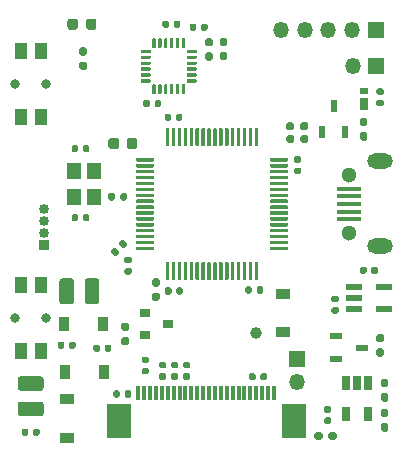
<source format=gbr>
%TF.GenerationSoftware,KiCad,Pcbnew,5.1.9-73d0e3b20d~88~ubuntu20.04.1*%
%TF.CreationDate,2021-02-04T03:58:01+01:00*%
%TF.ProjectId,MorphWatch-STM32,4d6f7270-6857-4617-9463-682d53544d33,rev?*%
%TF.SameCoordinates,Original*%
%TF.FileFunction,Soldermask,Top*%
%TF.FilePolarity,Negative*%
%FSLAX46Y46*%
G04 Gerber Fmt 4.6, Leading zero omitted, Abs format (unit mm)*
G04 Created by KiCad (PCBNEW 5.1.9-73d0e3b20d~88~ubuntu20.04.1) date 2021-02-04 03:58:01*
%MOMM*%
%LPD*%
G01*
G04 APERTURE LIST*
%ADD10O,1.350000X1.350000*%
%ADD11R,1.350000X1.350000*%
%ADD12O,0.850000X0.850000*%
%ADD13R,0.850000X0.850000*%
%ADD14R,2.000000X0.400000*%
%ADD15O,2.200000X1.300000*%
%ADD16C,1.300000*%
%ADD17R,0.800000X1.010000*%
%ADD18R,0.800000X0.610000*%
%ADD19R,1.200000X1.400000*%
%ADD20R,0.650000X1.220000*%
%ADD21C,1.000000*%
%ADD22C,0.800000*%
%ADD23R,1.000000X1.400000*%
%ADD24R,0.600000X1.100000*%
%ADD25R,0.900000X0.800000*%
%ADD26R,1.100000X0.600000*%
%ADD27R,0.300000X1.300000*%
%ADD28R,2.000000X3.000000*%
%ADD29R,1.400000X0.600000*%
%ADD30R,0.900000X1.200000*%
%ADD31R,1.200000X0.900000*%
G04 APERTURE END LIST*
%TO.C,C11*%
G36*
G01*
X124815000Y-79291000D02*
X124815000Y-78951000D01*
G75*
G02*
X124955000Y-78811000I140000J0D01*
G01*
X125235000Y-78811000D01*
G75*
G02*
X125375000Y-78951000I0J-140000D01*
G01*
X125375000Y-79291000D01*
G75*
G02*
X125235000Y-79431000I-140000J0D01*
G01*
X124955000Y-79431000D01*
G75*
G02*
X124815000Y-79291000I0J140000D01*
G01*
G37*
G36*
G01*
X123855000Y-79291000D02*
X123855000Y-78951000D01*
G75*
G02*
X123995000Y-78811000I140000J0D01*
G01*
X124275000Y-78811000D01*
G75*
G02*
X124415000Y-78951000I0J-140000D01*
G01*
X124415000Y-79291000D01*
G75*
G02*
X124275000Y-79431000I-140000J0D01*
G01*
X123995000Y-79431000D01*
G75*
G02*
X123855000Y-79291000I0J140000D01*
G01*
G37*
%TD*%
D10*
%TO.C,J4*%
X142938500Y-98901000D03*
D11*
X142938500Y-96901000D03*
%TD*%
%TO.C,C13*%
G36*
G01*
X145372000Y-101863500D02*
X145712000Y-101863500D01*
G75*
G02*
X145852000Y-102003500I0J-140000D01*
G01*
X145852000Y-102283500D01*
G75*
G02*
X145712000Y-102423500I-140000J0D01*
G01*
X145372000Y-102423500D01*
G75*
G02*
X145232000Y-102283500I0J140000D01*
G01*
X145232000Y-102003500D01*
G75*
G02*
X145372000Y-101863500I140000J0D01*
G01*
G37*
G36*
G01*
X145372000Y-100903500D02*
X145712000Y-100903500D01*
G75*
G02*
X145852000Y-101043500I0J-140000D01*
G01*
X145852000Y-101323500D01*
G75*
G02*
X145712000Y-101463500I-140000J0D01*
G01*
X145372000Y-101463500D01*
G75*
G02*
X145232000Y-101323500I0J140000D01*
G01*
X145232000Y-101043500D01*
G75*
G02*
X145372000Y-100903500I140000J0D01*
G01*
G37*
%TD*%
D12*
%TO.C,J3*%
X121539000Y-84249000D03*
X121539000Y-85249000D03*
X121539000Y-86249000D03*
D13*
X121539000Y-87249000D03*
%TD*%
D10*
%TO.C,J5*%
X141606000Y-69024500D03*
X143606000Y-69024500D03*
X145606000Y-69024500D03*
X147606000Y-69024500D03*
D11*
X149606000Y-69024500D03*
%TD*%
%TO.C,C22*%
G36*
G01*
X130483000Y-75141000D02*
X130483000Y-75481000D01*
G75*
G02*
X130343000Y-75621000I-140000J0D01*
G01*
X130063000Y-75621000D01*
G75*
G02*
X129923000Y-75481000I0J140000D01*
G01*
X129923000Y-75141000D01*
G75*
G02*
X130063000Y-75001000I140000J0D01*
G01*
X130343000Y-75001000D01*
G75*
G02*
X130483000Y-75141000I0J-140000D01*
G01*
G37*
G36*
G01*
X131443000Y-75141000D02*
X131443000Y-75481000D01*
G75*
G02*
X131303000Y-75621000I-140000J0D01*
G01*
X131023000Y-75621000D01*
G75*
G02*
X130883000Y-75481000I0J140000D01*
G01*
X130883000Y-75141000D01*
G75*
G02*
X131023000Y-75001000I140000J0D01*
G01*
X131303000Y-75001000D01*
G75*
G02*
X131443000Y-75141000I0J-140000D01*
G01*
G37*
%TD*%
%TO.C,C21*%
G36*
G01*
X132506000Y-68750000D02*
X132506000Y-68410000D01*
G75*
G02*
X132646000Y-68270000I140000J0D01*
G01*
X132926000Y-68270000D01*
G75*
G02*
X133066000Y-68410000I0J-140000D01*
G01*
X133066000Y-68750000D01*
G75*
G02*
X132926000Y-68890000I-140000J0D01*
G01*
X132646000Y-68890000D01*
G75*
G02*
X132506000Y-68750000I0J140000D01*
G01*
G37*
G36*
G01*
X131546000Y-68750000D02*
X131546000Y-68410000D01*
G75*
G02*
X131686000Y-68270000I140000J0D01*
G01*
X131966000Y-68270000D01*
G75*
G02*
X132106000Y-68410000I0J-140000D01*
G01*
X132106000Y-68750000D01*
G75*
G02*
X131966000Y-68890000I-140000J0D01*
G01*
X131686000Y-68890000D01*
G75*
G02*
X131546000Y-68750000I0J140000D01*
G01*
G37*
%TD*%
%TO.C,C8*%
G36*
G01*
X127943000Y-99715500D02*
X127943000Y-100055500D01*
G75*
G02*
X127803000Y-100195500I-140000J0D01*
G01*
X127523000Y-100195500D01*
G75*
G02*
X127383000Y-100055500I0J140000D01*
G01*
X127383000Y-99715500D01*
G75*
G02*
X127523000Y-99575500I140000J0D01*
G01*
X127803000Y-99575500D01*
G75*
G02*
X127943000Y-99715500I0J-140000D01*
G01*
G37*
G36*
G01*
X128903000Y-99715500D02*
X128903000Y-100055500D01*
G75*
G02*
X128763000Y-100195500I-140000J0D01*
G01*
X128483000Y-100195500D01*
G75*
G02*
X128343000Y-100055500I0J140000D01*
G01*
X128343000Y-99715500D01*
G75*
G02*
X128483000Y-99575500I140000J0D01*
G01*
X128763000Y-99575500D01*
G75*
G02*
X128903000Y-99715500I0J-140000D01*
G01*
G37*
%TD*%
%TO.C,R12*%
G36*
G01*
X127520000Y-83000000D02*
X127520000Y-83370000D01*
G75*
G02*
X127385000Y-83505000I-135000J0D01*
G01*
X127115000Y-83505000D01*
G75*
G02*
X126980000Y-83370000I0J135000D01*
G01*
X126980000Y-83000000D01*
G75*
G02*
X127115000Y-82865000I135000J0D01*
G01*
X127385000Y-82865000D01*
G75*
G02*
X127520000Y-83000000I0J-135000D01*
G01*
G37*
G36*
G01*
X128540000Y-83000000D02*
X128540000Y-83370000D01*
G75*
G02*
X128405000Y-83505000I-135000J0D01*
G01*
X128135000Y-83505000D01*
G75*
G02*
X128000000Y-83370000I0J135000D01*
G01*
X128000000Y-83000000D01*
G75*
G02*
X128135000Y-82865000I135000J0D01*
G01*
X128405000Y-82865000D01*
G75*
G02*
X128540000Y-83000000I0J-135000D01*
G01*
G37*
%TD*%
%TO.C,C23*%
G36*
G01*
X133434000Y-98117000D02*
X133774000Y-98117000D01*
G75*
G02*
X133914000Y-98257000I0J-140000D01*
G01*
X133914000Y-98537000D01*
G75*
G02*
X133774000Y-98677000I-140000J0D01*
G01*
X133434000Y-98677000D01*
G75*
G02*
X133294000Y-98537000I0J140000D01*
G01*
X133294000Y-98257000D01*
G75*
G02*
X133434000Y-98117000I140000J0D01*
G01*
G37*
G36*
G01*
X133434000Y-97157000D02*
X133774000Y-97157000D01*
G75*
G02*
X133914000Y-97297000I0J-140000D01*
G01*
X133914000Y-97577000D01*
G75*
G02*
X133774000Y-97717000I-140000J0D01*
G01*
X133434000Y-97717000D01*
G75*
G02*
X133294000Y-97577000I0J140000D01*
G01*
X133294000Y-97297000D01*
G75*
G02*
X133434000Y-97157000I140000J0D01*
G01*
G37*
%TD*%
%TO.C,C19*%
G36*
G01*
X134820000Y-69004000D02*
X134820000Y-68664000D01*
G75*
G02*
X134960000Y-68524000I140000J0D01*
G01*
X135240000Y-68524000D01*
G75*
G02*
X135380000Y-68664000I0J-140000D01*
G01*
X135380000Y-69004000D01*
G75*
G02*
X135240000Y-69144000I-140000J0D01*
G01*
X134960000Y-69144000D01*
G75*
G02*
X134820000Y-69004000I0J140000D01*
G01*
G37*
G36*
G01*
X133860000Y-69004000D02*
X133860000Y-68664000D01*
G75*
G02*
X134000000Y-68524000I140000J0D01*
G01*
X134280000Y-68524000D01*
G75*
G02*
X134420000Y-68664000I0J-140000D01*
G01*
X134420000Y-69004000D01*
G75*
G02*
X134280000Y-69144000I-140000J0D01*
G01*
X134000000Y-69144000D01*
G75*
G02*
X133860000Y-69004000I0J140000D01*
G01*
G37*
%TD*%
%TO.C,C18*%
G36*
G01*
X128481000Y-89227000D02*
X128821000Y-89227000D01*
G75*
G02*
X128961000Y-89367000I0J-140000D01*
G01*
X128961000Y-89647000D01*
G75*
G02*
X128821000Y-89787000I-140000J0D01*
G01*
X128481000Y-89787000D01*
G75*
G02*
X128341000Y-89647000I0J140000D01*
G01*
X128341000Y-89367000D01*
G75*
G02*
X128481000Y-89227000I140000J0D01*
G01*
G37*
G36*
G01*
X128481000Y-88267000D02*
X128821000Y-88267000D01*
G75*
G02*
X128961000Y-88407000I0J-140000D01*
G01*
X128961000Y-88687000D01*
G75*
G02*
X128821000Y-88827000I-140000J0D01*
G01*
X128481000Y-88827000D01*
G75*
G02*
X128341000Y-88687000I0J140000D01*
G01*
X128341000Y-88407000D01*
G75*
G02*
X128481000Y-88267000I140000J0D01*
G01*
G37*
%TD*%
%TO.C,C17*%
G36*
G01*
X127627371Y-87524213D02*
X127867787Y-87764629D01*
G75*
G02*
X127867787Y-87962619I-98995J-98995D01*
G01*
X127669797Y-88160609D01*
G75*
G02*
X127471807Y-88160609I-98995J98995D01*
G01*
X127231391Y-87920193D01*
G75*
G02*
X127231391Y-87722203I98995J98995D01*
G01*
X127429381Y-87524213D01*
G75*
G02*
X127627371Y-87524213I98995J-98995D01*
G01*
G37*
G36*
G01*
X128306193Y-86845391D02*
X128546609Y-87085807D01*
G75*
G02*
X128546609Y-87283797I-98995J-98995D01*
G01*
X128348619Y-87481787D01*
G75*
G02*
X128150629Y-87481787I-98995J98995D01*
G01*
X127910213Y-87241371D01*
G75*
G02*
X127910213Y-87043381I98995J98995D01*
G01*
X128108203Y-86845391D01*
G75*
G02*
X128306193Y-86845391I98995J-98995D01*
G01*
G37*
%TD*%
%TO.C,C16*%
G36*
G01*
X132324500Y-90990600D02*
X132324500Y-91330600D01*
G75*
G02*
X132184500Y-91470600I-140000J0D01*
G01*
X131904500Y-91470600D01*
G75*
G02*
X131764500Y-91330600I0J140000D01*
G01*
X131764500Y-90990600D01*
G75*
G02*
X131904500Y-90850600I140000J0D01*
G01*
X132184500Y-90850600D01*
G75*
G02*
X132324500Y-90990600I0J-140000D01*
G01*
G37*
G36*
G01*
X133284500Y-90990600D02*
X133284500Y-91330600D01*
G75*
G02*
X133144500Y-91470600I-140000J0D01*
G01*
X132864500Y-91470600D01*
G75*
G02*
X132724500Y-91330600I0J140000D01*
G01*
X132724500Y-90990600D01*
G75*
G02*
X132864500Y-90850600I140000J0D01*
G01*
X133144500Y-90850600D01*
G75*
G02*
X133284500Y-90990600I0J-140000D01*
G01*
G37*
%TD*%
%TO.C,C15*%
G36*
G01*
X142832000Y-80718000D02*
X143172000Y-80718000D01*
G75*
G02*
X143312000Y-80858000I0J-140000D01*
G01*
X143312000Y-81138000D01*
G75*
G02*
X143172000Y-81278000I-140000J0D01*
G01*
X142832000Y-81278000D01*
G75*
G02*
X142692000Y-81138000I0J140000D01*
G01*
X142692000Y-80858000D01*
G75*
G02*
X142832000Y-80718000I140000J0D01*
G01*
G37*
G36*
G01*
X142832000Y-79758000D02*
X143172000Y-79758000D01*
G75*
G02*
X143312000Y-79898000I0J-140000D01*
G01*
X143312000Y-80178000D01*
G75*
G02*
X143172000Y-80318000I-140000J0D01*
G01*
X142832000Y-80318000D01*
G75*
G02*
X142692000Y-80178000I0J140000D01*
G01*
X142692000Y-79898000D01*
G75*
G02*
X142832000Y-79758000I140000J0D01*
G01*
G37*
%TD*%
%TO.C,C14*%
G36*
G01*
X132689000Y-76624000D02*
X132689000Y-76284000D01*
G75*
G02*
X132829000Y-76144000I140000J0D01*
G01*
X133109000Y-76144000D01*
G75*
G02*
X133249000Y-76284000I0J-140000D01*
G01*
X133249000Y-76624000D01*
G75*
G02*
X133109000Y-76764000I-140000J0D01*
G01*
X132829000Y-76764000D01*
G75*
G02*
X132689000Y-76624000I0J140000D01*
G01*
G37*
G36*
G01*
X131729000Y-76624000D02*
X131729000Y-76284000D01*
G75*
G02*
X131869000Y-76144000I140000J0D01*
G01*
X132149000Y-76144000D01*
G75*
G02*
X132289000Y-76284000I0J-140000D01*
G01*
X132289000Y-76624000D01*
G75*
G02*
X132149000Y-76764000I-140000J0D01*
G01*
X131869000Y-76764000D01*
G75*
G02*
X131729000Y-76624000I0J140000D01*
G01*
G37*
%TD*%
%TO.C,C12*%
G36*
G01*
X124415000Y-84793000D02*
X124415000Y-85133000D01*
G75*
G02*
X124275000Y-85273000I-140000J0D01*
G01*
X123995000Y-85273000D01*
G75*
G02*
X123855000Y-85133000I0J140000D01*
G01*
X123855000Y-84793000D01*
G75*
G02*
X123995000Y-84653000I140000J0D01*
G01*
X124275000Y-84653000D01*
G75*
G02*
X124415000Y-84793000I0J-140000D01*
G01*
G37*
G36*
G01*
X125375000Y-84793000D02*
X125375000Y-85133000D01*
G75*
G02*
X125235000Y-85273000I-140000J0D01*
G01*
X124955000Y-85273000D01*
G75*
G02*
X124815000Y-85133000I0J140000D01*
G01*
X124815000Y-84793000D01*
G75*
G02*
X124955000Y-84653000I140000J0D01*
G01*
X125235000Y-84653000D01*
G75*
G02*
X125375000Y-84793000I0J-140000D01*
G01*
G37*
%TD*%
%TO.C,C10*%
G36*
G01*
X148834500Y-89238000D02*
X148834500Y-89578000D01*
G75*
G02*
X148694500Y-89718000I-140000J0D01*
G01*
X148414500Y-89718000D01*
G75*
G02*
X148274500Y-89578000I0J140000D01*
G01*
X148274500Y-89238000D01*
G75*
G02*
X148414500Y-89098000I140000J0D01*
G01*
X148694500Y-89098000D01*
G75*
G02*
X148834500Y-89238000I0J-140000D01*
G01*
G37*
G36*
G01*
X149794500Y-89238000D02*
X149794500Y-89578000D01*
G75*
G02*
X149654500Y-89718000I-140000J0D01*
G01*
X149374500Y-89718000D01*
G75*
G02*
X149234500Y-89578000I0J140000D01*
G01*
X149234500Y-89238000D01*
G75*
G02*
X149374500Y-89098000I140000J0D01*
G01*
X149654500Y-89098000D01*
G75*
G02*
X149794500Y-89238000I0J-140000D01*
G01*
G37*
%TD*%
%TO.C,C9*%
G36*
G01*
X139836500Y-98595000D02*
X139836500Y-98255000D01*
G75*
G02*
X139976500Y-98115000I140000J0D01*
G01*
X140256500Y-98115000D01*
G75*
G02*
X140396500Y-98255000I0J-140000D01*
G01*
X140396500Y-98595000D01*
G75*
G02*
X140256500Y-98735000I-140000J0D01*
G01*
X139976500Y-98735000D01*
G75*
G02*
X139836500Y-98595000I0J140000D01*
G01*
G37*
G36*
G01*
X138876500Y-98595000D02*
X138876500Y-98255000D01*
G75*
G02*
X139016500Y-98115000I140000J0D01*
G01*
X139296500Y-98115000D01*
G75*
G02*
X139436500Y-98255000I0J-140000D01*
G01*
X139436500Y-98595000D01*
G75*
G02*
X139296500Y-98735000I-140000J0D01*
G01*
X139016500Y-98735000D01*
G75*
G02*
X138876500Y-98595000I0J140000D01*
G01*
G37*
%TD*%
%TO.C,C7*%
G36*
G01*
X130281500Y-97272500D02*
X129941500Y-97272500D01*
G75*
G02*
X129801500Y-97132500I0J140000D01*
G01*
X129801500Y-96852500D01*
G75*
G02*
X129941500Y-96712500I140000J0D01*
G01*
X130281500Y-96712500D01*
G75*
G02*
X130421500Y-96852500I0J-140000D01*
G01*
X130421500Y-97132500D01*
G75*
G02*
X130281500Y-97272500I-140000J0D01*
G01*
G37*
G36*
G01*
X130281500Y-98232500D02*
X129941500Y-98232500D01*
G75*
G02*
X129801500Y-98092500I0J140000D01*
G01*
X129801500Y-97812500D01*
G75*
G02*
X129941500Y-97672500I140000J0D01*
G01*
X130281500Y-97672500D01*
G75*
G02*
X130421500Y-97812500I0J-140000D01*
G01*
X130421500Y-98092500D01*
G75*
G02*
X130281500Y-98232500I-140000J0D01*
G01*
G37*
%TD*%
%TO.C,C6*%
G36*
G01*
X131742000Y-97717000D02*
X131402000Y-97717000D01*
G75*
G02*
X131262000Y-97577000I0J140000D01*
G01*
X131262000Y-97297000D01*
G75*
G02*
X131402000Y-97157000I140000J0D01*
G01*
X131742000Y-97157000D01*
G75*
G02*
X131882000Y-97297000I0J-140000D01*
G01*
X131882000Y-97577000D01*
G75*
G02*
X131742000Y-97717000I-140000J0D01*
G01*
G37*
G36*
G01*
X131742000Y-98677000D02*
X131402000Y-98677000D01*
G75*
G02*
X131262000Y-98537000I0J140000D01*
G01*
X131262000Y-98257000D01*
G75*
G02*
X131402000Y-98117000I140000J0D01*
G01*
X131742000Y-98117000D01*
G75*
G02*
X131882000Y-98257000I0J-140000D01*
G01*
X131882000Y-98537000D01*
G75*
G02*
X131742000Y-98677000I-140000J0D01*
G01*
G37*
%TD*%
%TO.C,C5*%
G36*
G01*
X132758000Y-97717000D02*
X132418000Y-97717000D01*
G75*
G02*
X132278000Y-97577000I0J140000D01*
G01*
X132278000Y-97297000D01*
G75*
G02*
X132418000Y-97157000I140000J0D01*
G01*
X132758000Y-97157000D01*
G75*
G02*
X132898000Y-97297000I0J-140000D01*
G01*
X132898000Y-97577000D01*
G75*
G02*
X132758000Y-97717000I-140000J0D01*
G01*
G37*
G36*
G01*
X132758000Y-98677000D02*
X132418000Y-98677000D01*
G75*
G02*
X132278000Y-98537000I0J140000D01*
G01*
X132278000Y-98257000D01*
G75*
G02*
X132418000Y-98117000I140000J0D01*
G01*
X132758000Y-98117000D01*
G75*
G02*
X132898000Y-98257000I0J-140000D01*
G01*
X132898000Y-98537000D01*
G75*
G02*
X132758000Y-98677000I-140000J0D01*
G01*
G37*
%TD*%
%TO.C,C4*%
G36*
G01*
X146347000Y-92129000D02*
X146007000Y-92129000D01*
G75*
G02*
X145867000Y-91989000I0J140000D01*
G01*
X145867000Y-91709000D01*
G75*
G02*
X146007000Y-91569000I140000J0D01*
G01*
X146347000Y-91569000D01*
G75*
G02*
X146487000Y-91709000I0J-140000D01*
G01*
X146487000Y-91989000D01*
G75*
G02*
X146347000Y-92129000I-140000J0D01*
G01*
G37*
G36*
G01*
X146347000Y-93089000D02*
X146007000Y-93089000D01*
G75*
G02*
X145867000Y-92949000I0J140000D01*
G01*
X145867000Y-92669000D01*
G75*
G02*
X146007000Y-92529000I140000J0D01*
G01*
X146347000Y-92529000D01*
G75*
G02*
X146487000Y-92669000I0J-140000D01*
G01*
X146487000Y-92949000D01*
G75*
G02*
X146347000Y-93089000I-140000J0D01*
G01*
G37*
%TD*%
%TO.C,C3*%
G36*
G01*
X126664000Y-96182000D02*
X126664000Y-95842000D01*
G75*
G02*
X126804000Y-95702000I140000J0D01*
G01*
X127084000Y-95702000D01*
G75*
G02*
X127224000Y-95842000I0J-140000D01*
G01*
X127224000Y-96182000D01*
G75*
G02*
X127084000Y-96322000I-140000J0D01*
G01*
X126804000Y-96322000D01*
G75*
G02*
X126664000Y-96182000I0J140000D01*
G01*
G37*
G36*
G01*
X125704000Y-96182000D02*
X125704000Y-95842000D01*
G75*
G02*
X125844000Y-95702000I140000J0D01*
G01*
X126124000Y-95702000D01*
G75*
G02*
X126264000Y-95842000I0J-140000D01*
G01*
X126264000Y-96182000D01*
G75*
G02*
X126124000Y-96322000I-140000J0D01*
G01*
X125844000Y-96322000D01*
G75*
G02*
X125704000Y-96182000I0J140000D01*
G01*
G37*
%TD*%
%TO.C,C2*%
G36*
G01*
X123244000Y-95588000D02*
X123244000Y-95928000D01*
G75*
G02*
X123104000Y-96068000I-140000J0D01*
G01*
X122824000Y-96068000D01*
G75*
G02*
X122684000Y-95928000I0J140000D01*
G01*
X122684000Y-95588000D01*
G75*
G02*
X122824000Y-95448000I140000J0D01*
G01*
X123104000Y-95448000D01*
G75*
G02*
X123244000Y-95588000I0J-140000D01*
G01*
G37*
G36*
G01*
X124204000Y-95588000D02*
X124204000Y-95928000D01*
G75*
G02*
X124064000Y-96068000I-140000J0D01*
G01*
X123784000Y-96068000D01*
G75*
G02*
X123644000Y-95928000I0J140000D01*
G01*
X123644000Y-95588000D01*
G75*
G02*
X123784000Y-95448000I140000J0D01*
G01*
X124064000Y-95448000D01*
G75*
G02*
X124204000Y-95588000I0J-140000D01*
G01*
G37*
%TD*%
%TO.C,C1*%
G36*
G01*
X120596000Y-103294000D02*
X120596000Y-102954000D01*
G75*
G02*
X120736000Y-102814000I140000J0D01*
G01*
X121016000Y-102814000D01*
G75*
G02*
X121156000Y-102954000I0J-140000D01*
G01*
X121156000Y-103294000D01*
G75*
G02*
X121016000Y-103434000I-140000J0D01*
G01*
X120736000Y-103434000D01*
G75*
G02*
X120596000Y-103294000I0J140000D01*
G01*
G37*
G36*
G01*
X119636000Y-103294000D02*
X119636000Y-102954000D01*
G75*
G02*
X119776000Y-102814000I140000J0D01*
G01*
X120056000Y-102814000D01*
G75*
G02*
X120196000Y-102954000I0J-140000D01*
G01*
X120196000Y-103294000D01*
G75*
G02*
X120056000Y-103434000I-140000J0D01*
G01*
X119776000Y-103434000D01*
G75*
G02*
X119636000Y-103294000I0J140000D01*
G01*
G37*
%TD*%
D14*
%TO.C,J1*%
X147320000Y-82490000D03*
X147320000Y-83140000D03*
X147320000Y-83790000D03*
X147320000Y-84440000D03*
X147320000Y-85090000D03*
D15*
X149982000Y-80190000D03*
X149982000Y-87390000D03*
D16*
X147312000Y-86215000D03*
X147312000Y-81365000D03*
%TD*%
D17*
%TO.C,D6*%
X148590000Y-75348000D03*
D18*
X148590000Y-74258000D03*
%TD*%
D19*
%TO.C,Y1*%
X125730000Y-80985000D03*
X125730000Y-83185000D03*
X124030000Y-83185000D03*
X124030000Y-80985000D03*
%TD*%
%TO.C,U4*%
G36*
G01*
X133255000Y-73661000D02*
X133405000Y-73661000D01*
G75*
G02*
X133480000Y-73736000I0J-75000D01*
G01*
X133480000Y-74436000D01*
G75*
G02*
X133405000Y-74511000I-75000J0D01*
G01*
X133255000Y-74511000D01*
G75*
G02*
X133180000Y-74436000I0J75000D01*
G01*
X133180000Y-73736000D01*
G75*
G02*
X133255000Y-73661000I75000J0D01*
G01*
G37*
G36*
G01*
X132755000Y-73661000D02*
X132905000Y-73661000D01*
G75*
G02*
X132980000Y-73736000I0J-75000D01*
G01*
X132980000Y-74436000D01*
G75*
G02*
X132905000Y-74511000I-75000J0D01*
G01*
X132755000Y-74511000D01*
G75*
G02*
X132680000Y-74436000I0J75000D01*
G01*
X132680000Y-73736000D01*
G75*
G02*
X132755000Y-73661000I75000J0D01*
G01*
G37*
G36*
G01*
X132255000Y-73661000D02*
X132405000Y-73661000D01*
G75*
G02*
X132480000Y-73736000I0J-75000D01*
G01*
X132480000Y-74436000D01*
G75*
G02*
X132405000Y-74511000I-75000J0D01*
G01*
X132255000Y-74511000D01*
G75*
G02*
X132180000Y-74436000I0J75000D01*
G01*
X132180000Y-73736000D01*
G75*
G02*
X132255000Y-73661000I75000J0D01*
G01*
G37*
G36*
G01*
X131755000Y-73661000D02*
X131905000Y-73661000D01*
G75*
G02*
X131980000Y-73736000I0J-75000D01*
G01*
X131980000Y-74436000D01*
G75*
G02*
X131905000Y-74511000I-75000J0D01*
G01*
X131755000Y-74511000D01*
G75*
G02*
X131680000Y-74436000I0J75000D01*
G01*
X131680000Y-73736000D01*
G75*
G02*
X131755000Y-73661000I75000J0D01*
G01*
G37*
G36*
G01*
X131255000Y-73661000D02*
X131405000Y-73661000D01*
G75*
G02*
X131480000Y-73736000I0J-75000D01*
G01*
X131480000Y-74436000D01*
G75*
G02*
X131405000Y-74511000I-75000J0D01*
G01*
X131255000Y-74511000D01*
G75*
G02*
X131180000Y-74436000I0J75000D01*
G01*
X131180000Y-73736000D01*
G75*
G02*
X131255000Y-73661000I75000J0D01*
G01*
G37*
G36*
G01*
X130755000Y-73661000D02*
X130905000Y-73661000D01*
G75*
G02*
X130980000Y-73736000I0J-75000D01*
G01*
X130980000Y-74436000D01*
G75*
G02*
X130905000Y-74511000I-75000J0D01*
G01*
X130755000Y-74511000D01*
G75*
G02*
X130680000Y-74436000I0J75000D01*
G01*
X130680000Y-73736000D01*
G75*
G02*
X130755000Y-73661000I75000J0D01*
G01*
G37*
G36*
G01*
X130555000Y-73311000D02*
X130555000Y-73461000D01*
G75*
G02*
X130480000Y-73536000I-75000J0D01*
G01*
X129780000Y-73536000D01*
G75*
G02*
X129705000Y-73461000I0J75000D01*
G01*
X129705000Y-73311000D01*
G75*
G02*
X129780000Y-73236000I75000J0D01*
G01*
X130480000Y-73236000D01*
G75*
G02*
X130555000Y-73311000I0J-75000D01*
G01*
G37*
G36*
G01*
X130555000Y-72811000D02*
X130555000Y-72961000D01*
G75*
G02*
X130480000Y-73036000I-75000J0D01*
G01*
X129780000Y-73036000D01*
G75*
G02*
X129705000Y-72961000I0J75000D01*
G01*
X129705000Y-72811000D01*
G75*
G02*
X129780000Y-72736000I75000J0D01*
G01*
X130480000Y-72736000D01*
G75*
G02*
X130555000Y-72811000I0J-75000D01*
G01*
G37*
G36*
G01*
X130555000Y-72311000D02*
X130555000Y-72461000D01*
G75*
G02*
X130480000Y-72536000I-75000J0D01*
G01*
X129780000Y-72536000D01*
G75*
G02*
X129705000Y-72461000I0J75000D01*
G01*
X129705000Y-72311000D01*
G75*
G02*
X129780000Y-72236000I75000J0D01*
G01*
X130480000Y-72236000D01*
G75*
G02*
X130555000Y-72311000I0J-75000D01*
G01*
G37*
G36*
G01*
X130555000Y-71811000D02*
X130555000Y-71961000D01*
G75*
G02*
X130480000Y-72036000I-75000J0D01*
G01*
X129780000Y-72036000D01*
G75*
G02*
X129705000Y-71961000I0J75000D01*
G01*
X129705000Y-71811000D01*
G75*
G02*
X129780000Y-71736000I75000J0D01*
G01*
X130480000Y-71736000D01*
G75*
G02*
X130555000Y-71811000I0J-75000D01*
G01*
G37*
G36*
G01*
X130555000Y-71311000D02*
X130555000Y-71461000D01*
G75*
G02*
X130480000Y-71536000I-75000J0D01*
G01*
X129780000Y-71536000D01*
G75*
G02*
X129705000Y-71461000I0J75000D01*
G01*
X129705000Y-71311000D01*
G75*
G02*
X129780000Y-71236000I75000J0D01*
G01*
X130480000Y-71236000D01*
G75*
G02*
X130555000Y-71311000I0J-75000D01*
G01*
G37*
G36*
G01*
X130555000Y-70811000D02*
X130555000Y-70961000D01*
G75*
G02*
X130480000Y-71036000I-75000J0D01*
G01*
X129780000Y-71036000D01*
G75*
G02*
X129705000Y-70961000I0J75000D01*
G01*
X129705000Y-70811000D01*
G75*
G02*
X129780000Y-70736000I75000J0D01*
G01*
X130480000Y-70736000D01*
G75*
G02*
X130555000Y-70811000I0J-75000D01*
G01*
G37*
G36*
G01*
X130755000Y-69761000D02*
X130905000Y-69761000D01*
G75*
G02*
X130980000Y-69836000I0J-75000D01*
G01*
X130980000Y-70536000D01*
G75*
G02*
X130905000Y-70611000I-75000J0D01*
G01*
X130755000Y-70611000D01*
G75*
G02*
X130680000Y-70536000I0J75000D01*
G01*
X130680000Y-69836000D01*
G75*
G02*
X130755000Y-69761000I75000J0D01*
G01*
G37*
G36*
G01*
X131255000Y-69761000D02*
X131405000Y-69761000D01*
G75*
G02*
X131480000Y-69836000I0J-75000D01*
G01*
X131480000Y-70536000D01*
G75*
G02*
X131405000Y-70611000I-75000J0D01*
G01*
X131255000Y-70611000D01*
G75*
G02*
X131180000Y-70536000I0J75000D01*
G01*
X131180000Y-69836000D01*
G75*
G02*
X131255000Y-69761000I75000J0D01*
G01*
G37*
G36*
G01*
X131755000Y-69761000D02*
X131905000Y-69761000D01*
G75*
G02*
X131980000Y-69836000I0J-75000D01*
G01*
X131980000Y-70536000D01*
G75*
G02*
X131905000Y-70611000I-75000J0D01*
G01*
X131755000Y-70611000D01*
G75*
G02*
X131680000Y-70536000I0J75000D01*
G01*
X131680000Y-69836000D01*
G75*
G02*
X131755000Y-69761000I75000J0D01*
G01*
G37*
G36*
G01*
X132255000Y-69761000D02*
X132405000Y-69761000D01*
G75*
G02*
X132480000Y-69836000I0J-75000D01*
G01*
X132480000Y-70536000D01*
G75*
G02*
X132405000Y-70611000I-75000J0D01*
G01*
X132255000Y-70611000D01*
G75*
G02*
X132180000Y-70536000I0J75000D01*
G01*
X132180000Y-69836000D01*
G75*
G02*
X132255000Y-69761000I75000J0D01*
G01*
G37*
G36*
G01*
X132755000Y-69761000D02*
X132905000Y-69761000D01*
G75*
G02*
X132980000Y-69836000I0J-75000D01*
G01*
X132980000Y-70536000D01*
G75*
G02*
X132905000Y-70611000I-75000J0D01*
G01*
X132755000Y-70611000D01*
G75*
G02*
X132680000Y-70536000I0J75000D01*
G01*
X132680000Y-69836000D01*
G75*
G02*
X132755000Y-69761000I75000J0D01*
G01*
G37*
G36*
G01*
X133255000Y-69761000D02*
X133405000Y-69761000D01*
G75*
G02*
X133480000Y-69836000I0J-75000D01*
G01*
X133480000Y-70536000D01*
G75*
G02*
X133405000Y-70611000I-75000J0D01*
G01*
X133255000Y-70611000D01*
G75*
G02*
X133180000Y-70536000I0J75000D01*
G01*
X133180000Y-69836000D01*
G75*
G02*
X133255000Y-69761000I75000J0D01*
G01*
G37*
G36*
G01*
X134455000Y-70811000D02*
X134455000Y-70961000D01*
G75*
G02*
X134380000Y-71036000I-75000J0D01*
G01*
X133680000Y-71036000D01*
G75*
G02*
X133605000Y-70961000I0J75000D01*
G01*
X133605000Y-70811000D01*
G75*
G02*
X133680000Y-70736000I75000J0D01*
G01*
X134380000Y-70736000D01*
G75*
G02*
X134455000Y-70811000I0J-75000D01*
G01*
G37*
G36*
G01*
X134455000Y-71311000D02*
X134455000Y-71461000D01*
G75*
G02*
X134380000Y-71536000I-75000J0D01*
G01*
X133680000Y-71536000D01*
G75*
G02*
X133605000Y-71461000I0J75000D01*
G01*
X133605000Y-71311000D01*
G75*
G02*
X133680000Y-71236000I75000J0D01*
G01*
X134380000Y-71236000D01*
G75*
G02*
X134455000Y-71311000I0J-75000D01*
G01*
G37*
G36*
G01*
X134455000Y-71811000D02*
X134455000Y-71961000D01*
G75*
G02*
X134380000Y-72036000I-75000J0D01*
G01*
X133680000Y-72036000D01*
G75*
G02*
X133605000Y-71961000I0J75000D01*
G01*
X133605000Y-71811000D01*
G75*
G02*
X133680000Y-71736000I75000J0D01*
G01*
X134380000Y-71736000D01*
G75*
G02*
X134455000Y-71811000I0J-75000D01*
G01*
G37*
G36*
G01*
X134455000Y-72311000D02*
X134455000Y-72461000D01*
G75*
G02*
X134380000Y-72536000I-75000J0D01*
G01*
X133680000Y-72536000D01*
G75*
G02*
X133605000Y-72461000I0J75000D01*
G01*
X133605000Y-72311000D01*
G75*
G02*
X133680000Y-72236000I75000J0D01*
G01*
X134380000Y-72236000D01*
G75*
G02*
X134455000Y-72311000I0J-75000D01*
G01*
G37*
G36*
G01*
X134455000Y-72811000D02*
X134455000Y-72961000D01*
G75*
G02*
X134380000Y-73036000I-75000J0D01*
G01*
X133680000Y-73036000D01*
G75*
G02*
X133605000Y-72961000I0J75000D01*
G01*
X133605000Y-72811000D01*
G75*
G02*
X133680000Y-72736000I75000J0D01*
G01*
X134380000Y-72736000D01*
G75*
G02*
X134455000Y-72811000I0J-75000D01*
G01*
G37*
G36*
G01*
X134455000Y-73311000D02*
X134455000Y-73461000D01*
G75*
G02*
X134380000Y-73536000I-75000J0D01*
G01*
X133680000Y-73536000D01*
G75*
G02*
X133605000Y-73461000I0J75000D01*
G01*
X133605000Y-73311000D01*
G75*
G02*
X133680000Y-73236000I75000J0D01*
G01*
X134380000Y-73236000D01*
G75*
G02*
X134455000Y-73311000I0J-75000D01*
G01*
G37*
%TD*%
%TO.C,U2*%
G36*
G01*
X131849600Y-78834200D02*
X131849600Y-77434200D01*
G75*
G02*
X131924600Y-77359200I75000J0D01*
G01*
X132074600Y-77359200D01*
G75*
G02*
X132149600Y-77434200I0J-75000D01*
G01*
X132149600Y-78834200D01*
G75*
G02*
X132074600Y-78909200I-75000J0D01*
G01*
X131924600Y-78909200D01*
G75*
G02*
X131849600Y-78834200I0J75000D01*
G01*
G37*
G36*
G01*
X132349600Y-78834200D02*
X132349600Y-77434200D01*
G75*
G02*
X132424600Y-77359200I75000J0D01*
G01*
X132574600Y-77359200D01*
G75*
G02*
X132649600Y-77434200I0J-75000D01*
G01*
X132649600Y-78834200D01*
G75*
G02*
X132574600Y-78909200I-75000J0D01*
G01*
X132424600Y-78909200D01*
G75*
G02*
X132349600Y-78834200I0J75000D01*
G01*
G37*
G36*
G01*
X132849600Y-78834200D02*
X132849600Y-77434200D01*
G75*
G02*
X132924600Y-77359200I75000J0D01*
G01*
X133074600Y-77359200D01*
G75*
G02*
X133149600Y-77434200I0J-75000D01*
G01*
X133149600Y-78834200D01*
G75*
G02*
X133074600Y-78909200I-75000J0D01*
G01*
X132924600Y-78909200D01*
G75*
G02*
X132849600Y-78834200I0J75000D01*
G01*
G37*
G36*
G01*
X133349600Y-78834200D02*
X133349600Y-77434200D01*
G75*
G02*
X133424600Y-77359200I75000J0D01*
G01*
X133574600Y-77359200D01*
G75*
G02*
X133649600Y-77434200I0J-75000D01*
G01*
X133649600Y-78834200D01*
G75*
G02*
X133574600Y-78909200I-75000J0D01*
G01*
X133424600Y-78909200D01*
G75*
G02*
X133349600Y-78834200I0J75000D01*
G01*
G37*
G36*
G01*
X133849600Y-78834200D02*
X133849600Y-77434200D01*
G75*
G02*
X133924600Y-77359200I75000J0D01*
G01*
X134074600Y-77359200D01*
G75*
G02*
X134149600Y-77434200I0J-75000D01*
G01*
X134149600Y-78834200D01*
G75*
G02*
X134074600Y-78909200I-75000J0D01*
G01*
X133924600Y-78909200D01*
G75*
G02*
X133849600Y-78834200I0J75000D01*
G01*
G37*
G36*
G01*
X134349600Y-78834200D02*
X134349600Y-77434200D01*
G75*
G02*
X134424600Y-77359200I75000J0D01*
G01*
X134574600Y-77359200D01*
G75*
G02*
X134649600Y-77434200I0J-75000D01*
G01*
X134649600Y-78834200D01*
G75*
G02*
X134574600Y-78909200I-75000J0D01*
G01*
X134424600Y-78909200D01*
G75*
G02*
X134349600Y-78834200I0J75000D01*
G01*
G37*
G36*
G01*
X134849600Y-78834200D02*
X134849600Y-77434200D01*
G75*
G02*
X134924600Y-77359200I75000J0D01*
G01*
X135074600Y-77359200D01*
G75*
G02*
X135149600Y-77434200I0J-75000D01*
G01*
X135149600Y-78834200D01*
G75*
G02*
X135074600Y-78909200I-75000J0D01*
G01*
X134924600Y-78909200D01*
G75*
G02*
X134849600Y-78834200I0J75000D01*
G01*
G37*
G36*
G01*
X135349600Y-78834200D02*
X135349600Y-77434200D01*
G75*
G02*
X135424600Y-77359200I75000J0D01*
G01*
X135574600Y-77359200D01*
G75*
G02*
X135649600Y-77434200I0J-75000D01*
G01*
X135649600Y-78834200D01*
G75*
G02*
X135574600Y-78909200I-75000J0D01*
G01*
X135424600Y-78909200D01*
G75*
G02*
X135349600Y-78834200I0J75000D01*
G01*
G37*
G36*
G01*
X135849600Y-78834200D02*
X135849600Y-77434200D01*
G75*
G02*
X135924600Y-77359200I75000J0D01*
G01*
X136074600Y-77359200D01*
G75*
G02*
X136149600Y-77434200I0J-75000D01*
G01*
X136149600Y-78834200D01*
G75*
G02*
X136074600Y-78909200I-75000J0D01*
G01*
X135924600Y-78909200D01*
G75*
G02*
X135849600Y-78834200I0J75000D01*
G01*
G37*
G36*
G01*
X136349600Y-78834200D02*
X136349600Y-77434200D01*
G75*
G02*
X136424600Y-77359200I75000J0D01*
G01*
X136574600Y-77359200D01*
G75*
G02*
X136649600Y-77434200I0J-75000D01*
G01*
X136649600Y-78834200D01*
G75*
G02*
X136574600Y-78909200I-75000J0D01*
G01*
X136424600Y-78909200D01*
G75*
G02*
X136349600Y-78834200I0J75000D01*
G01*
G37*
G36*
G01*
X136849600Y-78834200D02*
X136849600Y-77434200D01*
G75*
G02*
X136924600Y-77359200I75000J0D01*
G01*
X137074600Y-77359200D01*
G75*
G02*
X137149600Y-77434200I0J-75000D01*
G01*
X137149600Y-78834200D01*
G75*
G02*
X137074600Y-78909200I-75000J0D01*
G01*
X136924600Y-78909200D01*
G75*
G02*
X136849600Y-78834200I0J75000D01*
G01*
G37*
G36*
G01*
X137349600Y-78834200D02*
X137349600Y-77434200D01*
G75*
G02*
X137424600Y-77359200I75000J0D01*
G01*
X137574600Y-77359200D01*
G75*
G02*
X137649600Y-77434200I0J-75000D01*
G01*
X137649600Y-78834200D01*
G75*
G02*
X137574600Y-78909200I-75000J0D01*
G01*
X137424600Y-78909200D01*
G75*
G02*
X137349600Y-78834200I0J75000D01*
G01*
G37*
G36*
G01*
X137849600Y-78834200D02*
X137849600Y-77434200D01*
G75*
G02*
X137924600Y-77359200I75000J0D01*
G01*
X138074600Y-77359200D01*
G75*
G02*
X138149600Y-77434200I0J-75000D01*
G01*
X138149600Y-78834200D01*
G75*
G02*
X138074600Y-78909200I-75000J0D01*
G01*
X137924600Y-78909200D01*
G75*
G02*
X137849600Y-78834200I0J75000D01*
G01*
G37*
G36*
G01*
X138349600Y-78834200D02*
X138349600Y-77434200D01*
G75*
G02*
X138424600Y-77359200I75000J0D01*
G01*
X138574600Y-77359200D01*
G75*
G02*
X138649600Y-77434200I0J-75000D01*
G01*
X138649600Y-78834200D01*
G75*
G02*
X138574600Y-78909200I-75000J0D01*
G01*
X138424600Y-78909200D01*
G75*
G02*
X138349600Y-78834200I0J75000D01*
G01*
G37*
G36*
G01*
X138849600Y-78834200D02*
X138849600Y-77434200D01*
G75*
G02*
X138924600Y-77359200I75000J0D01*
G01*
X139074600Y-77359200D01*
G75*
G02*
X139149600Y-77434200I0J-75000D01*
G01*
X139149600Y-78834200D01*
G75*
G02*
X139074600Y-78909200I-75000J0D01*
G01*
X138924600Y-78909200D01*
G75*
G02*
X138849600Y-78834200I0J75000D01*
G01*
G37*
G36*
G01*
X139349600Y-78834200D02*
X139349600Y-77434200D01*
G75*
G02*
X139424600Y-77359200I75000J0D01*
G01*
X139574600Y-77359200D01*
G75*
G02*
X139649600Y-77434200I0J-75000D01*
G01*
X139649600Y-78834200D01*
G75*
G02*
X139574600Y-78909200I-75000J0D01*
G01*
X139424600Y-78909200D01*
G75*
G02*
X139349600Y-78834200I0J75000D01*
G01*
G37*
G36*
G01*
X140649600Y-80134200D02*
X140649600Y-79984200D01*
G75*
G02*
X140724600Y-79909200I75000J0D01*
G01*
X142124600Y-79909200D01*
G75*
G02*
X142199600Y-79984200I0J-75000D01*
G01*
X142199600Y-80134200D01*
G75*
G02*
X142124600Y-80209200I-75000J0D01*
G01*
X140724600Y-80209200D01*
G75*
G02*
X140649600Y-80134200I0J75000D01*
G01*
G37*
G36*
G01*
X140649600Y-80634200D02*
X140649600Y-80484200D01*
G75*
G02*
X140724600Y-80409200I75000J0D01*
G01*
X142124600Y-80409200D01*
G75*
G02*
X142199600Y-80484200I0J-75000D01*
G01*
X142199600Y-80634200D01*
G75*
G02*
X142124600Y-80709200I-75000J0D01*
G01*
X140724600Y-80709200D01*
G75*
G02*
X140649600Y-80634200I0J75000D01*
G01*
G37*
G36*
G01*
X140649600Y-81134200D02*
X140649600Y-80984200D01*
G75*
G02*
X140724600Y-80909200I75000J0D01*
G01*
X142124600Y-80909200D01*
G75*
G02*
X142199600Y-80984200I0J-75000D01*
G01*
X142199600Y-81134200D01*
G75*
G02*
X142124600Y-81209200I-75000J0D01*
G01*
X140724600Y-81209200D01*
G75*
G02*
X140649600Y-81134200I0J75000D01*
G01*
G37*
G36*
G01*
X140649600Y-81634200D02*
X140649600Y-81484200D01*
G75*
G02*
X140724600Y-81409200I75000J0D01*
G01*
X142124600Y-81409200D01*
G75*
G02*
X142199600Y-81484200I0J-75000D01*
G01*
X142199600Y-81634200D01*
G75*
G02*
X142124600Y-81709200I-75000J0D01*
G01*
X140724600Y-81709200D01*
G75*
G02*
X140649600Y-81634200I0J75000D01*
G01*
G37*
G36*
G01*
X140649600Y-82134200D02*
X140649600Y-81984200D01*
G75*
G02*
X140724600Y-81909200I75000J0D01*
G01*
X142124600Y-81909200D01*
G75*
G02*
X142199600Y-81984200I0J-75000D01*
G01*
X142199600Y-82134200D01*
G75*
G02*
X142124600Y-82209200I-75000J0D01*
G01*
X140724600Y-82209200D01*
G75*
G02*
X140649600Y-82134200I0J75000D01*
G01*
G37*
G36*
G01*
X140649600Y-82634200D02*
X140649600Y-82484200D01*
G75*
G02*
X140724600Y-82409200I75000J0D01*
G01*
X142124600Y-82409200D01*
G75*
G02*
X142199600Y-82484200I0J-75000D01*
G01*
X142199600Y-82634200D01*
G75*
G02*
X142124600Y-82709200I-75000J0D01*
G01*
X140724600Y-82709200D01*
G75*
G02*
X140649600Y-82634200I0J75000D01*
G01*
G37*
G36*
G01*
X140649600Y-83134200D02*
X140649600Y-82984200D01*
G75*
G02*
X140724600Y-82909200I75000J0D01*
G01*
X142124600Y-82909200D01*
G75*
G02*
X142199600Y-82984200I0J-75000D01*
G01*
X142199600Y-83134200D01*
G75*
G02*
X142124600Y-83209200I-75000J0D01*
G01*
X140724600Y-83209200D01*
G75*
G02*
X140649600Y-83134200I0J75000D01*
G01*
G37*
G36*
G01*
X140649600Y-83634200D02*
X140649600Y-83484200D01*
G75*
G02*
X140724600Y-83409200I75000J0D01*
G01*
X142124600Y-83409200D01*
G75*
G02*
X142199600Y-83484200I0J-75000D01*
G01*
X142199600Y-83634200D01*
G75*
G02*
X142124600Y-83709200I-75000J0D01*
G01*
X140724600Y-83709200D01*
G75*
G02*
X140649600Y-83634200I0J75000D01*
G01*
G37*
G36*
G01*
X140649600Y-84134200D02*
X140649600Y-83984200D01*
G75*
G02*
X140724600Y-83909200I75000J0D01*
G01*
X142124600Y-83909200D01*
G75*
G02*
X142199600Y-83984200I0J-75000D01*
G01*
X142199600Y-84134200D01*
G75*
G02*
X142124600Y-84209200I-75000J0D01*
G01*
X140724600Y-84209200D01*
G75*
G02*
X140649600Y-84134200I0J75000D01*
G01*
G37*
G36*
G01*
X140649600Y-84634200D02*
X140649600Y-84484200D01*
G75*
G02*
X140724600Y-84409200I75000J0D01*
G01*
X142124600Y-84409200D01*
G75*
G02*
X142199600Y-84484200I0J-75000D01*
G01*
X142199600Y-84634200D01*
G75*
G02*
X142124600Y-84709200I-75000J0D01*
G01*
X140724600Y-84709200D01*
G75*
G02*
X140649600Y-84634200I0J75000D01*
G01*
G37*
G36*
G01*
X140649600Y-85134200D02*
X140649600Y-84984200D01*
G75*
G02*
X140724600Y-84909200I75000J0D01*
G01*
X142124600Y-84909200D01*
G75*
G02*
X142199600Y-84984200I0J-75000D01*
G01*
X142199600Y-85134200D01*
G75*
G02*
X142124600Y-85209200I-75000J0D01*
G01*
X140724600Y-85209200D01*
G75*
G02*
X140649600Y-85134200I0J75000D01*
G01*
G37*
G36*
G01*
X140649600Y-85634200D02*
X140649600Y-85484200D01*
G75*
G02*
X140724600Y-85409200I75000J0D01*
G01*
X142124600Y-85409200D01*
G75*
G02*
X142199600Y-85484200I0J-75000D01*
G01*
X142199600Y-85634200D01*
G75*
G02*
X142124600Y-85709200I-75000J0D01*
G01*
X140724600Y-85709200D01*
G75*
G02*
X140649600Y-85634200I0J75000D01*
G01*
G37*
G36*
G01*
X140649600Y-86134200D02*
X140649600Y-85984200D01*
G75*
G02*
X140724600Y-85909200I75000J0D01*
G01*
X142124600Y-85909200D01*
G75*
G02*
X142199600Y-85984200I0J-75000D01*
G01*
X142199600Y-86134200D01*
G75*
G02*
X142124600Y-86209200I-75000J0D01*
G01*
X140724600Y-86209200D01*
G75*
G02*
X140649600Y-86134200I0J75000D01*
G01*
G37*
G36*
G01*
X140649600Y-86634200D02*
X140649600Y-86484200D01*
G75*
G02*
X140724600Y-86409200I75000J0D01*
G01*
X142124600Y-86409200D01*
G75*
G02*
X142199600Y-86484200I0J-75000D01*
G01*
X142199600Y-86634200D01*
G75*
G02*
X142124600Y-86709200I-75000J0D01*
G01*
X140724600Y-86709200D01*
G75*
G02*
X140649600Y-86634200I0J75000D01*
G01*
G37*
G36*
G01*
X140649600Y-87134200D02*
X140649600Y-86984200D01*
G75*
G02*
X140724600Y-86909200I75000J0D01*
G01*
X142124600Y-86909200D01*
G75*
G02*
X142199600Y-86984200I0J-75000D01*
G01*
X142199600Y-87134200D01*
G75*
G02*
X142124600Y-87209200I-75000J0D01*
G01*
X140724600Y-87209200D01*
G75*
G02*
X140649600Y-87134200I0J75000D01*
G01*
G37*
G36*
G01*
X140649600Y-87634200D02*
X140649600Y-87484200D01*
G75*
G02*
X140724600Y-87409200I75000J0D01*
G01*
X142124600Y-87409200D01*
G75*
G02*
X142199600Y-87484200I0J-75000D01*
G01*
X142199600Y-87634200D01*
G75*
G02*
X142124600Y-87709200I-75000J0D01*
G01*
X140724600Y-87709200D01*
G75*
G02*
X140649600Y-87634200I0J75000D01*
G01*
G37*
G36*
G01*
X139349600Y-90184200D02*
X139349600Y-88784200D01*
G75*
G02*
X139424600Y-88709200I75000J0D01*
G01*
X139574600Y-88709200D01*
G75*
G02*
X139649600Y-88784200I0J-75000D01*
G01*
X139649600Y-90184200D01*
G75*
G02*
X139574600Y-90259200I-75000J0D01*
G01*
X139424600Y-90259200D01*
G75*
G02*
X139349600Y-90184200I0J75000D01*
G01*
G37*
G36*
G01*
X138849600Y-90184200D02*
X138849600Y-88784200D01*
G75*
G02*
X138924600Y-88709200I75000J0D01*
G01*
X139074600Y-88709200D01*
G75*
G02*
X139149600Y-88784200I0J-75000D01*
G01*
X139149600Y-90184200D01*
G75*
G02*
X139074600Y-90259200I-75000J0D01*
G01*
X138924600Y-90259200D01*
G75*
G02*
X138849600Y-90184200I0J75000D01*
G01*
G37*
G36*
G01*
X138349600Y-90184200D02*
X138349600Y-88784200D01*
G75*
G02*
X138424600Y-88709200I75000J0D01*
G01*
X138574600Y-88709200D01*
G75*
G02*
X138649600Y-88784200I0J-75000D01*
G01*
X138649600Y-90184200D01*
G75*
G02*
X138574600Y-90259200I-75000J0D01*
G01*
X138424600Y-90259200D01*
G75*
G02*
X138349600Y-90184200I0J75000D01*
G01*
G37*
G36*
G01*
X137849600Y-90184200D02*
X137849600Y-88784200D01*
G75*
G02*
X137924600Y-88709200I75000J0D01*
G01*
X138074600Y-88709200D01*
G75*
G02*
X138149600Y-88784200I0J-75000D01*
G01*
X138149600Y-90184200D01*
G75*
G02*
X138074600Y-90259200I-75000J0D01*
G01*
X137924600Y-90259200D01*
G75*
G02*
X137849600Y-90184200I0J75000D01*
G01*
G37*
G36*
G01*
X137349600Y-90184200D02*
X137349600Y-88784200D01*
G75*
G02*
X137424600Y-88709200I75000J0D01*
G01*
X137574600Y-88709200D01*
G75*
G02*
X137649600Y-88784200I0J-75000D01*
G01*
X137649600Y-90184200D01*
G75*
G02*
X137574600Y-90259200I-75000J0D01*
G01*
X137424600Y-90259200D01*
G75*
G02*
X137349600Y-90184200I0J75000D01*
G01*
G37*
G36*
G01*
X136849600Y-90184200D02*
X136849600Y-88784200D01*
G75*
G02*
X136924600Y-88709200I75000J0D01*
G01*
X137074600Y-88709200D01*
G75*
G02*
X137149600Y-88784200I0J-75000D01*
G01*
X137149600Y-90184200D01*
G75*
G02*
X137074600Y-90259200I-75000J0D01*
G01*
X136924600Y-90259200D01*
G75*
G02*
X136849600Y-90184200I0J75000D01*
G01*
G37*
G36*
G01*
X136349600Y-90184200D02*
X136349600Y-88784200D01*
G75*
G02*
X136424600Y-88709200I75000J0D01*
G01*
X136574600Y-88709200D01*
G75*
G02*
X136649600Y-88784200I0J-75000D01*
G01*
X136649600Y-90184200D01*
G75*
G02*
X136574600Y-90259200I-75000J0D01*
G01*
X136424600Y-90259200D01*
G75*
G02*
X136349600Y-90184200I0J75000D01*
G01*
G37*
G36*
G01*
X135849600Y-90184200D02*
X135849600Y-88784200D01*
G75*
G02*
X135924600Y-88709200I75000J0D01*
G01*
X136074600Y-88709200D01*
G75*
G02*
X136149600Y-88784200I0J-75000D01*
G01*
X136149600Y-90184200D01*
G75*
G02*
X136074600Y-90259200I-75000J0D01*
G01*
X135924600Y-90259200D01*
G75*
G02*
X135849600Y-90184200I0J75000D01*
G01*
G37*
G36*
G01*
X135349600Y-90184200D02*
X135349600Y-88784200D01*
G75*
G02*
X135424600Y-88709200I75000J0D01*
G01*
X135574600Y-88709200D01*
G75*
G02*
X135649600Y-88784200I0J-75000D01*
G01*
X135649600Y-90184200D01*
G75*
G02*
X135574600Y-90259200I-75000J0D01*
G01*
X135424600Y-90259200D01*
G75*
G02*
X135349600Y-90184200I0J75000D01*
G01*
G37*
G36*
G01*
X134849600Y-90184200D02*
X134849600Y-88784200D01*
G75*
G02*
X134924600Y-88709200I75000J0D01*
G01*
X135074600Y-88709200D01*
G75*
G02*
X135149600Y-88784200I0J-75000D01*
G01*
X135149600Y-90184200D01*
G75*
G02*
X135074600Y-90259200I-75000J0D01*
G01*
X134924600Y-90259200D01*
G75*
G02*
X134849600Y-90184200I0J75000D01*
G01*
G37*
G36*
G01*
X134349600Y-90184200D02*
X134349600Y-88784200D01*
G75*
G02*
X134424600Y-88709200I75000J0D01*
G01*
X134574600Y-88709200D01*
G75*
G02*
X134649600Y-88784200I0J-75000D01*
G01*
X134649600Y-90184200D01*
G75*
G02*
X134574600Y-90259200I-75000J0D01*
G01*
X134424600Y-90259200D01*
G75*
G02*
X134349600Y-90184200I0J75000D01*
G01*
G37*
G36*
G01*
X133849600Y-90184200D02*
X133849600Y-88784200D01*
G75*
G02*
X133924600Y-88709200I75000J0D01*
G01*
X134074600Y-88709200D01*
G75*
G02*
X134149600Y-88784200I0J-75000D01*
G01*
X134149600Y-90184200D01*
G75*
G02*
X134074600Y-90259200I-75000J0D01*
G01*
X133924600Y-90259200D01*
G75*
G02*
X133849600Y-90184200I0J75000D01*
G01*
G37*
G36*
G01*
X133349600Y-90184200D02*
X133349600Y-88784200D01*
G75*
G02*
X133424600Y-88709200I75000J0D01*
G01*
X133574600Y-88709200D01*
G75*
G02*
X133649600Y-88784200I0J-75000D01*
G01*
X133649600Y-90184200D01*
G75*
G02*
X133574600Y-90259200I-75000J0D01*
G01*
X133424600Y-90259200D01*
G75*
G02*
X133349600Y-90184200I0J75000D01*
G01*
G37*
G36*
G01*
X132849600Y-90184200D02*
X132849600Y-88784200D01*
G75*
G02*
X132924600Y-88709200I75000J0D01*
G01*
X133074600Y-88709200D01*
G75*
G02*
X133149600Y-88784200I0J-75000D01*
G01*
X133149600Y-90184200D01*
G75*
G02*
X133074600Y-90259200I-75000J0D01*
G01*
X132924600Y-90259200D01*
G75*
G02*
X132849600Y-90184200I0J75000D01*
G01*
G37*
G36*
G01*
X132349600Y-90184200D02*
X132349600Y-88784200D01*
G75*
G02*
X132424600Y-88709200I75000J0D01*
G01*
X132574600Y-88709200D01*
G75*
G02*
X132649600Y-88784200I0J-75000D01*
G01*
X132649600Y-90184200D01*
G75*
G02*
X132574600Y-90259200I-75000J0D01*
G01*
X132424600Y-90259200D01*
G75*
G02*
X132349600Y-90184200I0J75000D01*
G01*
G37*
G36*
G01*
X131849600Y-90184200D02*
X131849600Y-88784200D01*
G75*
G02*
X131924600Y-88709200I75000J0D01*
G01*
X132074600Y-88709200D01*
G75*
G02*
X132149600Y-88784200I0J-75000D01*
G01*
X132149600Y-90184200D01*
G75*
G02*
X132074600Y-90259200I-75000J0D01*
G01*
X131924600Y-90259200D01*
G75*
G02*
X131849600Y-90184200I0J75000D01*
G01*
G37*
G36*
G01*
X129299600Y-87634200D02*
X129299600Y-87484200D01*
G75*
G02*
X129374600Y-87409200I75000J0D01*
G01*
X130774600Y-87409200D01*
G75*
G02*
X130849600Y-87484200I0J-75000D01*
G01*
X130849600Y-87634200D01*
G75*
G02*
X130774600Y-87709200I-75000J0D01*
G01*
X129374600Y-87709200D01*
G75*
G02*
X129299600Y-87634200I0J75000D01*
G01*
G37*
G36*
G01*
X129299600Y-87134200D02*
X129299600Y-86984200D01*
G75*
G02*
X129374600Y-86909200I75000J0D01*
G01*
X130774600Y-86909200D01*
G75*
G02*
X130849600Y-86984200I0J-75000D01*
G01*
X130849600Y-87134200D01*
G75*
G02*
X130774600Y-87209200I-75000J0D01*
G01*
X129374600Y-87209200D01*
G75*
G02*
X129299600Y-87134200I0J75000D01*
G01*
G37*
G36*
G01*
X129299600Y-86634200D02*
X129299600Y-86484200D01*
G75*
G02*
X129374600Y-86409200I75000J0D01*
G01*
X130774600Y-86409200D01*
G75*
G02*
X130849600Y-86484200I0J-75000D01*
G01*
X130849600Y-86634200D01*
G75*
G02*
X130774600Y-86709200I-75000J0D01*
G01*
X129374600Y-86709200D01*
G75*
G02*
X129299600Y-86634200I0J75000D01*
G01*
G37*
G36*
G01*
X129299600Y-86134200D02*
X129299600Y-85984200D01*
G75*
G02*
X129374600Y-85909200I75000J0D01*
G01*
X130774600Y-85909200D01*
G75*
G02*
X130849600Y-85984200I0J-75000D01*
G01*
X130849600Y-86134200D01*
G75*
G02*
X130774600Y-86209200I-75000J0D01*
G01*
X129374600Y-86209200D01*
G75*
G02*
X129299600Y-86134200I0J75000D01*
G01*
G37*
G36*
G01*
X129299600Y-85634200D02*
X129299600Y-85484200D01*
G75*
G02*
X129374600Y-85409200I75000J0D01*
G01*
X130774600Y-85409200D01*
G75*
G02*
X130849600Y-85484200I0J-75000D01*
G01*
X130849600Y-85634200D01*
G75*
G02*
X130774600Y-85709200I-75000J0D01*
G01*
X129374600Y-85709200D01*
G75*
G02*
X129299600Y-85634200I0J75000D01*
G01*
G37*
G36*
G01*
X129299600Y-85134200D02*
X129299600Y-84984200D01*
G75*
G02*
X129374600Y-84909200I75000J0D01*
G01*
X130774600Y-84909200D01*
G75*
G02*
X130849600Y-84984200I0J-75000D01*
G01*
X130849600Y-85134200D01*
G75*
G02*
X130774600Y-85209200I-75000J0D01*
G01*
X129374600Y-85209200D01*
G75*
G02*
X129299600Y-85134200I0J75000D01*
G01*
G37*
G36*
G01*
X129299600Y-84634200D02*
X129299600Y-84484200D01*
G75*
G02*
X129374600Y-84409200I75000J0D01*
G01*
X130774600Y-84409200D01*
G75*
G02*
X130849600Y-84484200I0J-75000D01*
G01*
X130849600Y-84634200D01*
G75*
G02*
X130774600Y-84709200I-75000J0D01*
G01*
X129374600Y-84709200D01*
G75*
G02*
X129299600Y-84634200I0J75000D01*
G01*
G37*
G36*
G01*
X129299600Y-84134200D02*
X129299600Y-83984200D01*
G75*
G02*
X129374600Y-83909200I75000J0D01*
G01*
X130774600Y-83909200D01*
G75*
G02*
X130849600Y-83984200I0J-75000D01*
G01*
X130849600Y-84134200D01*
G75*
G02*
X130774600Y-84209200I-75000J0D01*
G01*
X129374600Y-84209200D01*
G75*
G02*
X129299600Y-84134200I0J75000D01*
G01*
G37*
G36*
G01*
X129299600Y-83634200D02*
X129299600Y-83484200D01*
G75*
G02*
X129374600Y-83409200I75000J0D01*
G01*
X130774600Y-83409200D01*
G75*
G02*
X130849600Y-83484200I0J-75000D01*
G01*
X130849600Y-83634200D01*
G75*
G02*
X130774600Y-83709200I-75000J0D01*
G01*
X129374600Y-83709200D01*
G75*
G02*
X129299600Y-83634200I0J75000D01*
G01*
G37*
G36*
G01*
X129299600Y-83134200D02*
X129299600Y-82984200D01*
G75*
G02*
X129374600Y-82909200I75000J0D01*
G01*
X130774600Y-82909200D01*
G75*
G02*
X130849600Y-82984200I0J-75000D01*
G01*
X130849600Y-83134200D01*
G75*
G02*
X130774600Y-83209200I-75000J0D01*
G01*
X129374600Y-83209200D01*
G75*
G02*
X129299600Y-83134200I0J75000D01*
G01*
G37*
G36*
G01*
X129299600Y-82634200D02*
X129299600Y-82484200D01*
G75*
G02*
X129374600Y-82409200I75000J0D01*
G01*
X130774600Y-82409200D01*
G75*
G02*
X130849600Y-82484200I0J-75000D01*
G01*
X130849600Y-82634200D01*
G75*
G02*
X130774600Y-82709200I-75000J0D01*
G01*
X129374600Y-82709200D01*
G75*
G02*
X129299600Y-82634200I0J75000D01*
G01*
G37*
G36*
G01*
X129299600Y-82134200D02*
X129299600Y-81984200D01*
G75*
G02*
X129374600Y-81909200I75000J0D01*
G01*
X130774600Y-81909200D01*
G75*
G02*
X130849600Y-81984200I0J-75000D01*
G01*
X130849600Y-82134200D01*
G75*
G02*
X130774600Y-82209200I-75000J0D01*
G01*
X129374600Y-82209200D01*
G75*
G02*
X129299600Y-82134200I0J75000D01*
G01*
G37*
G36*
G01*
X129299600Y-81634200D02*
X129299600Y-81484200D01*
G75*
G02*
X129374600Y-81409200I75000J0D01*
G01*
X130774600Y-81409200D01*
G75*
G02*
X130849600Y-81484200I0J-75000D01*
G01*
X130849600Y-81634200D01*
G75*
G02*
X130774600Y-81709200I-75000J0D01*
G01*
X129374600Y-81709200D01*
G75*
G02*
X129299600Y-81634200I0J75000D01*
G01*
G37*
G36*
G01*
X129299600Y-81134200D02*
X129299600Y-80984200D01*
G75*
G02*
X129374600Y-80909200I75000J0D01*
G01*
X130774600Y-80909200D01*
G75*
G02*
X130849600Y-80984200I0J-75000D01*
G01*
X130849600Y-81134200D01*
G75*
G02*
X130774600Y-81209200I-75000J0D01*
G01*
X129374600Y-81209200D01*
G75*
G02*
X129299600Y-81134200I0J75000D01*
G01*
G37*
G36*
G01*
X129299600Y-80634200D02*
X129299600Y-80484200D01*
G75*
G02*
X129374600Y-80409200I75000J0D01*
G01*
X130774600Y-80409200D01*
G75*
G02*
X130849600Y-80484200I0J-75000D01*
G01*
X130849600Y-80634200D01*
G75*
G02*
X130774600Y-80709200I-75000J0D01*
G01*
X129374600Y-80709200D01*
G75*
G02*
X129299600Y-80634200I0J75000D01*
G01*
G37*
G36*
G01*
X129299600Y-80134200D02*
X129299600Y-79984200D01*
G75*
G02*
X129374600Y-79909200I75000J0D01*
G01*
X130774600Y-79909200D01*
G75*
G02*
X130849600Y-79984200I0J-75000D01*
G01*
X130849600Y-80134200D01*
G75*
G02*
X130774600Y-80209200I-75000J0D01*
G01*
X129374600Y-80209200D01*
G75*
G02*
X129299600Y-80134200I0J75000D01*
G01*
G37*
%TD*%
D20*
%TO.C,U1*%
X148968500Y-101576500D03*
X147068500Y-101576500D03*
X147068500Y-98956500D03*
X148018500Y-98956500D03*
X148968500Y-98956500D03*
%TD*%
D21*
%TO.C,TP1*%
X139509500Y-94678500D03*
%TD*%
D22*
%TO.C,S2*%
X121696000Y-73660000D03*
X119096000Y-73660000D03*
D23*
X121296000Y-70860000D03*
X121296000Y-76460000D03*
X119596000Y-70860000D03*
X119596000Y-76460000D03*
%TD*%
D22*
%TO.C,S1*%
X121696000Y-93472000D03*
X119096000Y-93472000D03*
D23*
X121296000Y-90672000D03*
X121296000Y-96272000D03*
X119596000Y-90672000D03*
X119596000Y-96272000D03*
%TD*%
%TO.C,R11*%
G36*
G01*
X135669000Y-70461500D02*
X135349000Y-70461500D01*
G75*
G02*
X135189000Y-70301500I0J160000D01*
G01*
X135189000Y-69906500D01*
G75*
G02*
X135349000Y-69746500I160000J0D01*
G01*
X135669000Y-69746500D01*
G75*
G02*
X135829000Y-69906500I0J-160000D01*
G01*
X135829000Y-70301500D01*
G75*
G02*
X135669000Y-70461500I-160000J0D01*
G01*
G37*
G36*
G01*
X135669000Y-71656500D02*
X135349000Y-71656500D01*
G75*
G02*
X135189000Y-71496500I0J160000D01*
G01*
X135189000Y-71101500D01*
G75*
G02*
X135349000Y-70941500I160000J0D01*
G01*
X135669000Y-70941500D01*
G75*
G02*
X135829000Y-71101500I0J-160000D01*
G01*
X135829000Y-71496500D01*
G75*
G02*
X135669000Y-71656500I-160000J0D01*
G01*
G37*
%TD*%
%TO.C,R10*%
G36*
G01*
X136875500Y-70435500D02*
X136555500Y-70435500D01*
G75*
G02*
X136395500Y-70275500I0J160000D01*
G01*
X136395500Y-69880500D01*
G75*
G02*
X136555500Y-69720500I160000J0D01*
G01*
X136875500Y-69720500D01*
G75*
G02*
X137035500Y-69880500I0J-160000D01*
G01*
X137035500Y-70275500D01*
G75*
G02*
X136875500Y-70435500I-160000J0D01*
G01*
G37*
G36*
G01*
X136875500Y-71630500D02*
X136555500Y-71630500D01*
G75*
G02*
X136395500Y-71470500I0J160000D01*
G01*
X136395500Y-71075500D01*
G75*
G02*
X136555500Y-70915500I160000J0D01*
G01*
X136875500Y-70915500D01*
G75*
G02*
X137035500Y-71075500I0J-160000D01*
G01*
X137035500Y-71470500D01*
G75*
G02*
X136875500Y-71630500I-160000J0D01*
G01*
G37*
%TD*%
%TO.C,R9*%
G36*
G01*
X143204500Y-77376000D02*
X143204500Y-77056000D01*
G75*
G02*
X143364500Y-76896000I160000J0D01*
G01*
X143759500Y-76896000D01*
G75*
G02*
X143919500Y-77056000I0J-160000D01*
G01*
X143919500Y-77376000D01*
G75*
G02*
X143759500Y-77536000I-160000J0D01*
G01*
X143364500Y-77536000D01*
G75*
G02*
X143204500Y-77376000I0J160000D01*
G01*
G37*
G36*
G01*
X142009500Y-77376000D02*
X142009500Y-77056000D01*
G75*
G02*
X142169500Y-76896000I160000J0D01*
G01*
X142564500Y-76896000D01*
G75*
G02*
X142724500Y-77056000I0J-160000D01*
G01*
X142724500Y-77376000D01*
G75*
G02*
X142564500Y-77536000I-160000J0D01*
G01*
X142169500Y-77536000D01*
G75*
G02*
X142009500Y-77376000I0J160000D01*
G01*
G37*
%TD*%
%TO.C,R8*%
G36*
G01*
X142724500Y-78135500D02*
X142724500Y-78455500D01*
G75*
G02*
X142564500Y-78615500I-160000J0D01*
G01*
X142169500Y-78615500D01*
G75*
G02*
X142009500Y-78455500I0J160000D01*
G01*
X142009500Y-78135500D01*
G75*
G02*
X142169500Y-77975500I160000J0D01*
G01*
X142564500Y-77975500D01*
G75*
G02*
X142724500Y-78135500I0J-160000D01*
G01*
G37*
G36*
G01*
X143919500Y-78135500D02*
X143919500Y-78455500D01*
G75*
G02*
X143759500Y-78615500I-160000J0D01*
G01*
X143364500Y-78615500D01*
G75*
G02*
X143204500Y-78455500I0J160000D01*
G01*
X143204500Y-78135500D01*
G75*
G02*
X143364500Y-77975500I160000J0D01*
G01*
X143759500Y-77975500D01*
G75*
G02*
X143919500Y-78135500I0J-160000D01*
G01*
G37*
%TD*%
%TO.C,R7*%
G36*
G01*
X148430000Y-77710000D02*
X148750000Y-77710000D01*
G75*
G02*
X148910000Y-77870000I0J-160000D01*
G01*
X148910000Y-78265000D01*
G75*
G02*
X148750000Y-78425000I-160000J0D01*
G01*
X148430000Y-78425000D01*
G75*
G02*
X148270000Y-78265000I0J160000D01*
G01*
X148270000Y-77870000D01*
G75*
G02*
X148430000Y-77710000I160000J0D01*
G01*
G37*
G36*
G01*
X148430000Y-76515000D02*
X148750000Y-76515000D01*
G75*
G02*
X148910000Y-76675000I0J-160000D01*
G01*
X148910000Y-77070000D01*
G75*
G02*
X148750000Y-77230000I-160000J0D01*
G01*
X148430000Y-77230000D01*
G75*
G02*
X148270000Y-77070000I0J160000D01*
G01*
X148270000Y-76675000D01*
G75*
G02*
X148430000Y-76515000I160000J0D01*
G01*
G37*
%TD*%
%TO.C,R6*%
G36*
G01*
X124681000Y-71741000D02*
X125001000Y-71741000D01*
G75*
G02*
X125161000Y-71901000I0J-160000D01*
G01*
X125161000Y-72296000D01*
G75*
G02*
X125001000Y-72456000I-160000J0D01*
G01*
X124681000Y-72456000D01*
G75*
G02*
X124521000Y-72296000I0J160000D01*
G01*
X124521000Y-71901000D01*
G75*
G02*
X124681000Y-71741000I160000J0D01*
G01*
G37*
G36*
G01*
X124681000Y-70546000D02*
X125001000Y-70546000D01*
G75*
G02*
X125161000Y-70706000I0J-160000D01*
G01*
X125161000Y-71101000D01*
G75*
G02*
X125001000Y-71261000I-160000J0D01*
G01*
X124681000Y-71261000D01*
G75*
G02*
X124521000Y-71101000I0J160000D01*
G01*
X124521000Y-70706000D01*
G75*
G02*
X124681000Y-70546000I160000J0D01*
G01*
G37*
%TD*%
%TO.C,R5*%
G36*
G01*
X150528000Y-101868000D02*
X150208000Y-101868000D01*
G75*
G02*
X150048000Y-101708000I0J160000D01*
G01*
X150048000Y-101313000D01*
G75*
G02*
X150208000Y-101153000I160000J0D01*
G01*
X150528000Y-101153000D01*
G75*
G02*
X150688000Y-101313000I0J-160000D01*
G01*
X150688000Y-101708000D01*
G75*
G02*
X150528000Y-101868000I-160000J0D01*
G01*
G37*
G36*
G01*
X150528000Y-103063000D02*
X150208000Y-103063000D01*
G75*
G02*
X150048000Y-102903000I0J160000D01*
G01*
X150048000Y-102508000D01*
G75*
G02*
X150208000Y-102348000I160000J0D01*
G01*
X150528000Y-102348000D01*
G75*
G02*
X150688000Y-102508000I0J-160000D01*
G01*
X150688000Y-102903000D01*
G75*
G02*
X150528000Y-103063000I-160000J0D01*
G01*
G37*
%TD*%
%TO.C,R4*%
G36*
G01*
X145111500Y-103281500D02*
X145111500Y-103601500D01*
G75*
G02*
X144951500Y-103761500I-160000J0D01*
G01*
X144556500Y-103761500D01*
G75*
G02*
X144396500Y-103601500I0J160000D01*
G01*
X144396500Y-103281500D01*
G75*
G02*
X144556500Y-103121500I160000J0D01*
G01*
X144951500Y-103121500D01*
G75*
G02*
X145111500Y-103281500I0J-160000D01*
G01*
G37*
G36*
G01*
X146306500Y-103281500D02*
X146306500Y-103601500D01*
G75*
G02*
X146146500Y-103761500I-160000J0D01*
G01*
X145751500Y-103761500D01*
G75*
G02*
X145591500Y-103601500I0J160000D01*
G01*
X145591500Y-103281500D01*
G75*
G02*
X145751500Y-103121500I160000J0D01*
G01*
X146146500Y-103121500D01*
G75*
G02*
X146306500Y-103281500I0J-160000D01*
G01*
G37*
%TD*%
%TO.C,R3*%
G36*
G01*
X128237000Y-95045500D02*
X128557000Y-95045500D01*
G75*
G02*
X128717000Y-95205500I0J-160000D01*
G01*
X128717000Y-95600500D01*
G75*
G02*
X128557000Y-95760500I-160000J0D01*
G01*
X128237000Y-95760500D01*
G75*
G02*
X128077000Y-95600500I0J160000D01*
G01*
X128077000Y-95205500D01*
G75*
G02*
X128237000Y-95045500I160000J0D01*
G01*
G37*
G36*
G01*
X128237000Y-93850500D02*
X128557000Y-93850500D01*
G75*
G02*
X128717000Y-94010500I0J-160000D01*
G01*
X128717000Y-94405500D01*
G75*
G02*
X128557000Y-94565500I-160000J0D01*
G01*
X128237000Y-94565500D01*
G75*
G02*
X128077000Y-94405500I0J160000D01*
G01*
X128077000Y-94010500D01*
G75*
G02*
X128237000Y-93850500I160000J0D01*
G01*
G37*
%TD*%
%TO.C,R2*%
G36*
G01*
X150147000Y-95518000D02*
X149827000Y-95518000D01*
G75*
G02*
X149667000Y-95358000I0J160000D01*
G01*
X149667000Y-94963000D01*
G75*
G02*
X149827000Y-94803000I160000J0D01*
G01*
X150147000Y-94803000D01*
G75*
G02*
X150307000Y-94963000I0J-160000D01*
G01*
X150307000Y-95358000D01*
G75*
G02*
X150147000Y-95518000I-160000J0D01*
G01*
G37*
G36*
G01*
X150147000Y-96713000D02*
X149827000Y-96713000D01*
G75*
G02*
X149667000Y-96553000I0J160000D01*
G01*
X149667000Y-96158000D01*
G75*
G02*
X149827000Y-95998000I160000J0D01*
G01*
X150147000Y-95998000D01*
G75*
G02*
X150307000Y-96158000I0J-160000D01*
G01*
X150307000Y-96553000D01*
G75*
G02*
X150147000Y-96713000I-160000J0D01*
G01*
G37*
%TD*%
%TO.C,R1*%
G36*
G01*
X130840500Y-91299000D02*
X131160500Y-91299000D01*
G75*
G02*
X131320500Y-91459000I0J-160000D01*
G01*
X131320500Y-91854000D01*
G75*
G02*
X131160500Y-92014000I-160000J0D01*
G01*
X130840500Y-92014000D01*
G75*
G02*
X130680500Y-91854000I0J160000D01*
G01*
X130680500Y-91459000D01*
G75*
G02*
X130840500Y-91299000I160000J0D01*
G01*
G37*
G36*
G01*
X130840500Y-90104000D02*
X131160500Y-90104000D01*
G75*
G02*
X131320500Y-90264000I0J-160000D01*
G01*
X131320500Y-90659000D01*
G75*
G02*
X131160500Y-90819000I-160000J0D01*
G01*
X130840500Y-90819000D01*
G75*
G02*
X130680500Y-90659000I0J160000D01*
G01*
X130680500Y-90264000D01*
G75*
G02*
X130840500Y-90104000I160000J0D01*
G01*
G37*
%TD*%
D24*
%TO.C,Q3*%
X146050000Y-75481000D03*
X147000000Y-77681000D03*
X145100000Y-77681000D03*
%TD*%
D25*
%TO.C,Q2*%
X132064000Y-93980000D03*
X130064000Y-94930000D03*
X130064000Y-93030000D03*
%TD*%
D26*
%TO.C,Q1*%
X148420000Y-95948500D03*
X146220000Y-96898500D03*
X146220000Y-94998500D03*
%TD*%
D10*
%TO.C,M1*%
X147669500Y-72072500D03*
D11*
X149669500Y-72072500D03*
%TD*%
%TO.C,L2*%
G36*
G01*
X124969000Y-92036000D02*
X124969000Y-90336000D01*
G75*
G02*
X125219000Y-90086000I250000J0D01*
G01*
X125969000Y-90086000D01*
G75*
G02*
X126219000Y-90336000I0J-250000D01*
G01*
X126219000Y-92036000D01*
G75*
G02*
X125969000Y-92286000I-250000J0D01*
G01*
X125219000Y-92286000D01*
G75*
G02*
X124969000Y-92036000I0J250000D01*
G01*
G37*
G36*
G01*
X122819000Y-92036000D02*
X122819000Y-90336000D01*
G75*
G02*
X123069000Y-90086000I250000J0D01*
G01*
X123819000Y-90086000D01*
G75*
G02*
X124069000Y-90336000I0J-250000D01*
G01*
X124069000Y-92036000D01*
G75*
G02*
X123819000Y-92286000I-250000J0D01*
G01*
X123069000Y-92286000D01*
G75*
G02*
X122819000Y-92036000I0J250000D01*
G01*
G37*
%TD*%
%TO.C,L1*%
G36*
G01*
X121246000Y-99626000D02*
X119546000Y-99626000D01*
G75*
G02*
X119296000Y-99376000I0J250000D01*
G01*
X119296000Y-98626000D01*
G75*
G02*
X119546000Y-98376000I250000J0D01*
G01*
X121246000Y-98376000D01*
G75*
G02*
X121496000Y-98626000I0J-250000D01*
G01*
X121496000Y-99376000D01*
G75*
G02*
X121246000Y-99626000I-250000J0D01*
G01*
G37*
G36*
G01*
X121246000Y-101776000D02*
X119546000Y-101776000D01*
G75*
G02*
X119296000Y-101526000I0J250000D01*
G01*
X119296000Y-100776000D01*
G75*
G02*
X119546000Y-100526000I250000J0D01*
G01*
X121246000Y-100526000D01*
G75*
G02*
X121496000Y-100776000I0J-250000D01*
G01*
X121496000Y-101526000D01*
G75*
G02*
X121246000Y-101776000I-250000J0D01*
G01*
G37*
%TD*%
%TO.C,JP1*%
G36*
G01*
X125089500Y-68836250D02*
X125089500Y-68323750D01*
G75*
G02*
X125308250Y-68105000I218750J0D01*
G01*
X125745750Y-68105000D01*
G75*
G02*
X125964500Y-68323750I0J-218750D01*
G01*
X125964500Y-68836250D01*
G75*
G02*
X125745750Y-69055000I-218750J0D01*
G01*
X125308250Y-69055000D01*
G75*
G02*
X125089500Y-68836250I0J218750D01*
G01*
G37*
G36*
G01*
X123514500Y-68836250D02*
X123514500Y-68323750D01*
G75*
G02*
X123733250Y-68105000I218750J0D01*
G01*
X124170750Y-68105000D01*
G75*
G02*
X124389500Y-68323750I0J-218750D01*
G01*
X124389500Y-68836250D01*
G75*
G02*
X124170750Y-69055000I-218750J0D01*
G01*
X123733250Y-69055000D01*
G75*
G02*
X123514500Y-68836250I0J218750D01*
G01*
G37*
%TD*%
D27*
%TO.C,J2*%
X137001000Y-99822000D03*
X136501000Y-99822000D03*
X136001000Y-99822000D03*
X134001000Y-99822000D03*
X133501000Y-99822000D03*
X134501000Y-99822000D03*
X135001000Y-99822000D03*
X135501000Y-99822000D03*
X131501000Y-99822000D03*
X131001000Y-99822000D03*
X130501000Y-99822000D03*
X129501000Y-99822000D03*
X130001000Y-99822000D03*
X132001000Y-99822000D03*
X132501000Y-99822000D03*
X133001000Y-99822000D03*
X137501000Y-99822000D03*
X138001000Y-99822000D03*
X138501000Y-99822000D03*
X139001000Y-99822000D03*
X139501000Y-99822000D03*
X140001000Y-99822000D03*
X140501000Y-99822000D03*
X141001000Y-99822000D03*
D28*
X142651000Y-102172000D03*
X127851000Y-102172000D03*
%TD*%
D29*
%TO.C,IC1*%
X150284500Y-90807500D03*
X150284500Y-92707500D03*
X147784500Y-92707500D03*
X147784500Y-91757500D03*
X147784500Y-90807500D03*
%TD*%
%TO.C,D5*%
G36*
G01*
X150208000Y-99808000D02*
X150528000Y-99808000D01*
G75*
G02*
X150688000Y-99968000I0J-160000D01*
G01*
X150688000Y-100363000D01*
G75*
G02*
X150528000Y-100523000I-160000J0D01*
G01*
X150208000Y-100523000D01*
G75*
G02*
X150048000Y-100363000I0J160000D01*
G01*
X150048000Y-99968000D01*
G75*
G02*
X150208000Y-99808000I160000J0D01*
G01*
G37*
G36*
G01*
X150208000Y-98613000D02*
X150528000Y-98613000D01*
G75*
G02*
X150688000Y-98773000I0J-160000D01*
G01*
X150688000Y-99168000D01*
G75*
G02*
X150528000Y-99328000I-160000J0D01*
G01*
X150208000Y-99328000D01*
G75*
G02*
X150048000Y-99168000I0J160000D01*
G01*
X150048000Y-98773000D01*
G75*
G02*
X150208000Y-98613000I160000J0D01*
G01*
G37*
%TD*%
D30*
%TO.C,D4*%
X123192000Y-93980000D03*
X126492000Y-93980000D03*
%TD*%
D31*
%TO.C,D3*%
X123444000Y-100332000D03*
X123444000Y-103632000D03*
%TD*%
D30*
%TO.C,D2*%
X126618000Y-98044000D03*
X123318000Y-98044000D03*
%TD*%
D31*
%TO.C,D1*%
X141732000Y-91377500D03*
X141732000Y-94677500D03*
%TD*%
%TO.C,C24*%
G36*
G01*
X140079000Y-90914400D02*
X140079000Y-91254400D01*
G75*
G02*
X139939000Y-91394400I-140000J0D01*
G01*
X139659000Y-91394400D01*
G75*
G02*
X139519000Y-91254400I0J140000D01*
G01*
X139519000Y-90914400D01*
G75*
G02*
X139659000Y-90774400I140000J0D01*
G01*
X139939000Y-90774400D01*
G75*
G02*
X140079000Y-90914400I0J-140000D01*
G01*
G37*
G36*
G01*
X139119000Y-90914400D02*
X139119000Y-91254400D01*
G75*
G02*
X138979000Y-91394400I-140000J0D01*
G01*
X138699000Y-91394400D01*
G75*
G02*
X138559000Y-91254400I0J140000D01*
G01*
X138559000Y-90914400D01*
G75*
G02*
X138699000Y-90774400I140000J0D01*
G01*
X138979000Y-90774400D01*
G75*
G02*
X139119000Y-90914400I0J-140000D01*
G01*
G37*
%TD*%
%TO.C,C25*%
G36*
G01*
X126981500Y-78926500D02*
X126981500Y-78426500D01*
G75*
G02*
X127206500Y-78201500I225000J0D01*
G01*
X127656500Y-78201500D01*
G75*
G02*
X127881500Y-78426500I0J-225000D01*
G01*
X127881500Y-78926500D01*
G75*
G02*
X127656500Y-79151500I-225000J0D01*
G01*
X127206500Y-79151500D01*
G75*
G02*
X126981500Y-78926500I0J225000D01*
G01*
G37*
G36*
G01*
X128531500Y-78926500D02*
X128531500Y-78426500D01*
G75*
G02*
X128756500Y-78201500I225000J0D01*
G01*
X129206500Y-78201500D01*
G75*
G02*
X129431500Y-78426500I0J-225000D01*
G01*
X129431500Y-78926500D01*
G75*
G02*
X129206500Y-79151500I-225000J0D01*
G01*
X128756500Y-79151500D01*
G75*
G02*
X128531500Y-78926500I0J225000D01*
G01*
G37*
%TD*%
%TO.C,C20*%
G36*
G01*
X150157000Y-75535000D02*
X149817000Y-75535000D01*
G75*
G02*
X149677000Y-75395000I0J140000D01*
G01*
X149677000Y-75115000D01*
G75*
G02*
X149817000Y-74975000I140000J0D01*
G01*
X150157000Y-74975000D01*
G75*
G02*
X150297000Y-75115000I0J-140000D01*
G01*
X150297000Y-75395000D01*
G75*
G02*
X150157000Y-75535000I-140000J0D01*
G01*
G37*
G36*
G01*
X150157000Y-74575000D02*
X149817000Y-74575000D01*
G75*
G02*
X149677000Y-74435000I0J140000D01*
G01*
X149677000Y-74155000D01*
G75*
G02*
X149817000Y-74015000I140000J0D01*
G01*
X150157000Y-74015000D01*
G75*
G02*
X150297000Y-74155000I0J-140000D01*
G01*
X150297000Y-74435000D01*
G75*
G02*
X150157000Y-74575000I-140000J0D01*
G01*
G37*
%TD*%
M02*

</source>
